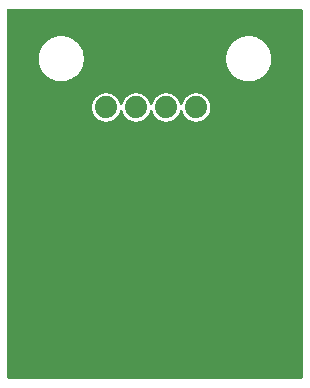
<source format=gbl>
G04 Layer: BottomLayer*
G04 EasyEDA v6.4.7, 2020-11-21T23:36:06--8:00*
G04 5ff2efe16aa84f8f9e73a5c42d6c7546,4c52adb9b7084d04897e24a6e005c639,00*
G04 Gerber Generator version 0.2*
G04 Scale: 100 percent, Rotated: No, Reflected: No *
G04 Dimensions in inches *
G04 leading zeros omitted , absolute positions ,2 integer and 4 decimal *
%FSLAX24Y24*%
%MOIN*%
G90*
D02*

%ADD14C,0.050000*%
%ADD19C,0.074000*%

%LPD*%
G36*
G01X9879Y12419D02*
G01X121Y12419D01*
G01X109Y12417D01*
G01X104Y12415D01*
G01X94Y12409D01*
G01X90Y12405D01*
G01X84Y12395D01*
G01X82Y12390D01*
G01X81Y12384D01*
G01X81Y115D01*
G01X82Y109D01*
G01X84Y104D01*
G01X90Y94D01*
G01X94Y90D01*
G01X104Y84D01*
G01X109Y82D01*
G01X115Y81D01*
G01X9884Y81D01*
G01X9890Y82D01*
G01X9895Y84D01*
G01X9905Y90D01*
G01X9909Y94D01*
G01X9915Y104D01*
G01X9917Y109D01*
G01X9919Y121D01*
G01X9919Y12379D01*
G01X9918Y12384D01*
G01X9917Y12390D01*
G01X9915Y12395D01*
G01X9909Y12405D01*
G01X9905Y12409D01*
G01X9895Y12415D01*
G01X9890Y12417D01*
G01X9884Y12418D01*
G01X9879Y12419D01*
G37*

%LPC*%
G36*
G01X3413Y9594D02*
G01X3375Y9596D01*
G01X3355Y9595D01*
G01X3336Y9594D01*
G01X3316Y9592D01*
G01X3278Y9586D01*
G01X3240Y9576D01*
G01X3222Y9570D01*
G01X3203Y9563D01*
G01X3185Y9556D01*
G01X3168Y9548D01*
G01X3150Y9539D01*
G01X3134Y9529D01*
G01X3117Y9519D01*
G01X3101Y9508D01*
G01X3085Y9496D01*
G01X3070Y9484D01*
G01X3042Y9458D01*
G01X3028Y9444D01*
G01X3015Y9429D01*
G01X3003Y9414D01*
G01X2991Y9398D01*
G01X2980Y9382D01*
G01X2970Y9366D01*
G01X2960Y9349D01*
G01X2951Y9331D01*
G01X2943Y9314D01*
G01X2929Y9278D01*
G01X2923Y9259D01*
G01X2918Y9240D01*
G01X2910Y9202D01*
G01X2907Y9183D01*
G01X2905Y9163D01*
G01X2904Y9144D01*
G01X2904Y9105D01*
G01X2905Y9086D01*
G01X2907Y9066D01*
G01X2910Y9047D01*
G01X2918Y9009D01*
G01X2923Y8990D01*
G01X2929Y8972D01*
G01X2936Y8953D01*
G01X2943Y8935D01*
G01X2951Y8918D01*
G01X2960Y8900D01*
G01X2970Y8884D01*
G01X2980Y8867D01*
G01X2991Y8851D01*
G01X3003Y8835D01*
G01X3015Y8820D01*
G01X3028Y8806D01*
G01X3056Y8778D01*
G01X3070Y8765D01*
G01X3085Y8753D01*
G01X3101Y8741D01*
G01X3117Y8730D01*
G01X3134Y8720D01*
G01X3150Y8710D01*
G01X3168Y8701D01*
G01X3185Y8693D01*
G01X3203Y8686D01*
G01X3222Y8679D01*
G01X3240Y8673D01*
G01X3259Y8668D01*
G01X3297Y8660D01*
G01X3316Y8657D01*
G01X3336Y8655D01*
G01X3355Y8654D01*
G01X3394Y8654D01*
G01X3413Y8655D01*
G01X3433Y8657D01*
G01X3452Y8660D01*
G01X3490Y8668D01*
G01X3509Y8673D01*
G01X3527Y8679D01*
G01X3546Y8686D01*
G01X3564Y8693D01*
G01X3581Y8701D01*
G01X3599Y8710D01*
G01X3615Y8720D01*
G01X3632Y8730D01*
G01X3648Y8741D01*
G01X3664Y8753D01*
G01X3679Y8765D01*
G01X3707Y8791D01*
G01X3721Y8805D01*
G01X3734Y8820D01*
G01X3746Y8835D01*
G01X3758Y8851D01*
G01X3769Y8867D01*
G01X3779Y8883D01*
G01X3789Y8900D01*
G01X3797Y8917D01*
G01X3806Y8935D01*
G01X3820Y8971D01*
G01X3826Y8990D01*
G01X3831Y9008D01*
G01X3835Y9027D01*
G01X3837Y9033D01*
G01X3840Y9039D01*
G01X3843Y9044D01*
G01X3847Y9048D01*
G01X3852Y9052D01*
G01X3857Y9055D01*
G01X3869Y9059D01*
G01X3881Y9059D01*
G01X3886Y9057D01*
G01X3892Y9055D01*
G01X3897Y9052D01*
G01X3902Y9048D01*
G01X3906Y9044D01*
G01X3909Y9039D01*
G01X3912Y9033D01*
G01X3914Y9027D01*
G01X3918Y9008D01*
G01X3923Y8990D01*
G01X3929Y8971D01*
G01X3943Y8935D01*
G01X3952Y8917D01*
G01X3970Y8883D01*
G01X4003Y8835D01*
G01X4015Y8820D01*
G01X4028Y8805D01*
G01X4042Y8791D01*
G01X4070Y8765D01*
G01X4086Y8753D01*
G01X4101Y8741D01*
G01X4117Y8730D01*
G01X4151Y8710D01*
G01X4168Y8701D01*
G01X4186Y8693D01*
G01X4222Y8679D01*
G01X4240Y8673D01*
G01X4259Y8668D01*
G01X4297Y8660D01*
G01X4316Y8657D01*
G01X4336Y8655D01*
G01X4355Y8654D01*
G01X4394Y8654D01*
G01X4413Y8655D01*
G01X4433Y8657D01*
G01X4452Y8660D01*
G01X4490Y8668D01*
G01X4509Y8673D01*
G01X4527Y8679D01*
G01X4546Y8686D01*
G01X4564Y8693D01*
G01X4581Y8701D01*
G01X4599Y8710D01*
G01X4616Y8720D01*
G01X4632Y8730D01*
G01X4648Y8741D01*
G01X4664Y8753D01*
G01X4679Y8765D01*
G01X4707Y8791D01*
G01X4721Y8805D01*
G01X4734Y8820D01*
G01X4746Y8835D01*
G01X4758Y8851D01*
G01X4769Y8867D01*
G01X4779Y8883D01*
G01X4789Y8900D01*
G01X4798Y8917D01*
G01X4806Y8935D01*
G01X4820Y8971D01*
G01X4826Y8990D01*
G01X4831Y9008D01*
G01X4835Y9027D01*
G01X4837Y9033D01*
G01X4840Y9039D01*
G01X4843Y9044D01*
G01X4847Y9048D01*
G01X4852Y9052D01*
G01X4857Y9055D01*
G01X4869Y9059D01*
G01X4881Y9059D01*
G01X4887Y9057D01*
G01X4892Y9055D01*
G01X4897Y9052D01*
G01X4902Y9048D01*
G01X4906Y9044D01*
G01X4909Y9039D01*
G01X4912Y9033D01*
G01X4914Y9027D01*
G01X4918Y9008D01*
G01X4923Y8990D01*
G01X4929Y8971D01*
G01X4943Y8935D01*
G01X4952Y8917D01*
G01X4970Y8883D01*
G01X5003Y8835D01*
G01X5015Y8820D01*
G01X5028Y8805D01*
G01X5042Y8791D01*
G01X5070Y8765D01*
G01X5086Y8753D01*
G01X5101Y8741D01*
G01X5117Y8730D01*
G01X5151Y8710D01*
G01X5168Y8701D01*
G01X5186Y8693D01*
G01X5222Y8679D01*
G01X5240Y8673D01*
G01X5259Y8668D01*
G01X5297Y8660D01*
G01X5316Y8657D01*
G01X5336Y8655D01*
G01X5355Y8654D01*
G01X5394Y8654D01*
G01X5413Y8655D01*
G01X5433Y8657D01*
G01X5452Y8660D01*
G01X5490Y8668D01*
G01X5509Y8673D01*
G01X5527Y8679D01*
G01X5546Y8686D01*
G01X5564Y8693D01*
G01X5581Y8701D01*
G01X5599Y8710D01*
G01X5616Y8720D01*
G01X5632Y8730D01*
G01X5648Y8741D01*
G01X5664Y8753D01*
G01X5679Y8765D01*
G01X5707Y8791D01*
G01X5721Y8805D01*
G01X5734Y8820D01*
G01X5746Y8835D01*
G01X5758Y8851D01*
G01X5769Y8867D01*
G01X5779Y8883D01*
G01X5789Y8900D01*
G01X5798Y8917D01*
G01X5806Y8935D01*
G01X5820Y8971D01*
G01X5826Y8990D01*
G01X5831Y9008D01*
G01X5835Y9027D01*
G01X5837Y9033D01*
G01X5840Y9039D01*
G01X5843Y9044D01*
G01X5847Y9048D01*
G01X5852Y9052D01*
G01X5857Y9055D01*
G01X5869Y9059D01*
G01X5881Y9059D01*
G01X5887Y9057D01*
G01X5892Y9055D01*
G01X5897Y9052D01*
G01X5902Y9048D01*
G01X5906Y9044D01*
G01X5909Y9039D01*
G01X5912Y9033D01*
G01X5914Y9027D01*
G01X5918Y9008D01*
G01X5923Y8990D01*
G01X5929Y8971D01*
G01X5943Y8935D01*
G01X5952Y8917D01*
G01X5970Y8883D01*
G01X6003Y8835D01*
G01X6015Y8820D01*
G01X6028Y8805D01*
G01X6042Y8791D01*
G01X6070Y8765D01*
G01X6086Y8753D01*
G01X6101Y8741D01*
G01X6117Y8730D01*
G01X6151Y8710D01*
G01X6168Y8701D01*
G01X6186Y8693D01*
G01X6222Y8679D01*
G01X6240Y8673D01*
G01X6259Y8668D01*
G01X6297Y8660D01*
G01X6316Y8657D01*
G01X6336Y8655D01*
G01X6355Y8654D01*
G01X6394Y8654D01*
G01X6413Y8655D01*
G01X6433Y8657D01*
G01X6452Y8660D01*
G01X6490Y8668D01*
G01X6509Y8673D01*
G01X6528Y8679D01*
G01X6564Y8693D01*
G01X6581Y8701D01*
G01X6599Y8710D01*
G01X6616Y8720D01*
G01X6632Y8730D01*
G01X6648Y8741D01*
G01X6664Y8753D01*
G01X6679Y8765D01*
G01X6694Y8778D01*
G01X6708Y8792D01*
G01X6734Y8820D01*
G01X6746Y8835D01*
G01X6758Y8851D01*
G01X6769Y8867D01*
G01X6779Y8884D01*
G01X6789Y8900D01*
G01X6798Y8918D01*
G01X6806Y8935D01*
G01X6813Y8953D01*
G01X6820Y8972D01*
G01X6826Y8990D01*
G01X6836Y9028D01*
G01X6842Y9066D01*
G01X6844Y9086D01*
G01X6845Y9105D01*
G01X6845Y9144D01*
G01X6844Y9163D01*
G01X6842Y9183D01*
G01X6836Y9221D01*
G01X6826Y9259D01*
G01X6820Y9278D01*
G01X6806Y9314D01*
G01X6798Y9331D01*
G01X6789Y9349D01*
G01X6779Y9366D01*
G01X6769Y9382D01*
G01X6758Y9398D01*
G01X6746Y9414D01*
G01X6734Y9429D01*
G01X6721Y9444D01*
G01X6708Y9458D01*
G01X6694Y9471D01*
G01X6679Y9484D01*
G01X6664Y9496D01*
G01X6648Y9508D01*
G01X6632Y9519D01*
G01X6616Y9529D01*
G01X6599Y9539D01*
G01X6581Y9548D01*
G01X6564Y9556D01*
G01X6528Y9570D01*
G01X6509Y9576D01*
G01X6471Y9586D01*
G01X6433Y9592D01*
G01X6413Y9594D01*
G01X6375Y9596D01*
G01X6355Y9595D01*
G01X6336Y9594D01*
G01X6316Y9592D01*
G01X6278Y9586D01*
G01X6240Y9576D01*
G01X6222Y9570D01*
G01X6186Y9556D01*
G01X6168Y9548D01*
G01X6151Y9539D01*
G01X6117Y9519D01*
G01X6101Y9508D01*
G01X6086Y9496D01*
G01X6070Y9484D01*
G01X6042Y9458D01*
G01X6028Y9444D01*
G01X6015Y9429D01*
G01X6003Y9414D01*
G01X5992Y9399D01*
G01X5981Y9383D01*
G01X5970Y9366D01*
G01X5952Y9332D01*
G01X5943Y9314D01*
G01X5929Y9278D01*
G01X5923Y9259D01*
G01X5918Y9241D01*
G01X5914Y9222D01*
G01X5912Y9216D01*
G01X5909Y9211D01*
G01X5906Y9205D01*
G01X5902Y9201D01*
G01X5897Y9197D01*
G01X5892Y9194D01*
G01X5887Y9192D01*
G01X5875Y9190D01*
G01X5863Y9192D01*
G01X5857Y9194D01*
G01X5852Y9197D01*
G01X5847Y9201D01*
G01X5843Y9205D01*
G01X5840Y9211D01*
G01X5837Y9216D01*
G01X5835Y9222D01*
G01X5831Y9241D01*
G01X5826Y9259D01*
G01X5820Y9278D01*
G01X5806Y9314D01*
G01X5798Y9332D01*
G01X5789Y9349D01*
G01X5769Y9383D01*
G01X5758Y9399D01*
G01X5734Y9429D01*
G01X5721Y9444D01*
G01X5707Y9458D01*
G01X5679Y9484D01*
G01X5664Y9496D01*
G01X5648Y9508D01*
G01X5632Y9519D01*
G01X5616Y9529D01*
G01X5599Y9539D01*
G01X5581Y9548D01*
G01X5564Y9556D01*
G01X5546Y9563D01*
G01X5527Y9570D01*
G01X5509Y9576D01*
G01X5471Y9586D01*
G01X5433Y9592D01*
G01X5413Y9594D01*
G01X5375Y9596D01*
G01X5355Y9595D01*
G01X5336Y9594D01*
G01X5316Y9592D01*
G01X5278Y9586D01*
G01X5240Y9576D01*
G01X5222Y9570D01*
G01X5186Y9556D01*
G01X5168Y9548D01*
G01X5151Y9539D01*
G01X5117Y9519D01*
G01X5101Y9508D01*
G01X5086Y9496D01*
G01X5070Y9484D01*
G01X5042Y9458D01*
G01X5028Y9444D01*
G01X5015Y9429D01*
G01X5003Y9414D01*
G01X4992Y9399D01*
G01X4981Y9383D01*
G01X4970Y9366D01*
G01X4952Y9332D01*
G01X4943Y9314D01*
G01X4929Y9278D01*
G01X4923Y9259D01*
G01X4918Y9241D01*
G01X4914Y9222D01*
G01X4912Y9216D01*
G01X4909Y9211D01*
G01X4906Y9205D01*
G01X4902Y9201D01*
G01X4897Y9197D01*
G01X4892Y9194D01*
G01X4887Y9192D01*
G01X4875Y9190D01*
G01X4863Y9192D01*
G01X4857Y9194D01*
G01X4852Y9197D01*
G01X4847Y9201D01*
G01X4843Y9205D01*
G01X4840Y9211D01*
G01X4837Y9216D01*
G01X4835Y9222D01*
G01X4831Y9241D01*
G01X4826Y9259D01*
G01X4820Y9278D01*
G01X4806Y9314D01*
G01X4798Y9332D01*
G01X4789Y9349D01*
G01X4769Y9383D01*
G01X4758Y9399D01*
G01X4734Y9429D01*
G01X4721Y9444D01*
G01X4707Y9458D01*
G01X4679Y9484D01*
G01X4664Y9496D01*
G01X4648Y9508D01*
G01X4632Y9519D01*
G01X4616Y9529D01*
G01X4599Y9539D01*
G01X4581Y9548D01*
G01X4564Y9556D01*
G01X4546Y9563D01*
G01X4527Y9570D01*
G01X4509Y9576D01*
G01X4471Y9586D01*
G01X4433Y9592D01*
G01X4413Y9594D01*
G01X4375Y9596D01*
G01X4355Y9595D01*
G01X4336Y9594D01*
G01X4316Y9592D01*
G01X4278Y9586D01*
G01X4240Y9576D01*
G01X4222Y9570D01*
G01X4186Y9556D01*
G01X4168Y9548D01*
G01X4151Y9539D01*
G01X4117Y9519D01*
G01X4101Y9508D01*
G01X4086Y9496D01*
G01X4070Y9484D01*
G01X4042Y9458D01*
G01X4028Y9444D01*
G01X4015Y9429D01*
G01X4003Y9414D01*
G01X3992Y9399D01*
G01X3981Y9383D01*
G01X3970Y9366D01*
G01X3952Y9332D01*
G01X3943Y9314D01*
G01X3929Y9278D01*
G01X3923Y9259D01*
G01X3918Y9241D01*
G01X3914Y9222D01*
G01X3912Y9216D01*
G01X3909Y9211D01*
G01X3906Y9205D01*
G01X3902Y9201D01*
G01X3897Y9197D01*
G01X3892Y9194D01*
G01X3886Y9192D01*
G01X3881Y9191D01*
G01X3875Y9190D01*
G01X3863Y9192D01*
G01X3857Y9194D01*
G01X3852Y9197D01*
G01X3847Y9201D01*
G01X3843Y9205D01*
G01X3840Y9211D01*
G01X3837Y9216D01*
G01X3835Y9222D01*
G01X3831Y9241D01*
G01X3826Y9259D01*
G01X3820Y9278D01*
G01X3806Y9314D01*
G01X3797Y9332D01*
G01X3789Y9349D01*
G01X3769Y9383D01*
G01X3758Y9399D01*
G01X3734Y9429D01*
G01X3721Y9444D01*
G01X3707Y9458D01*
G01X3679Y9484D01*
G01X3664Y9496D01*
G01X3648Y9508D01*
G01X3632Y9519D01*
G01X3615Y9529D01*
G01X3599Y9539D01*
G01X3581Y9548D01*
G01X3564Y9556D01*
G01X3546Y9563D01*
G01X3527Y9570D01*
G01X3509Y9576D01*
G01X3471Y9586D01*
G01X3433Y9592D01*
G01X3413Y9594D01*
G37*
G36*
G01X1899Y11500D02*
G01X1875Y11501D01*
G01X1825Y11499D01*
G01X1801Y11497D01*
G01X1777Y11494D01*
G01X1752Y11491D01*
G01X1704Y11481D01*
G01X1680Y11475D01*
G01X1657Y11468D01*
G01X1633Y11461D01*
G01X1587Y11443D01*
G01X1565Y11434D01*
G01X1542Y11423D01*
G01X1521Y11412D01*
G01X1499Y11400D01*
G01X1457Y11374D01*
G01X1437Y11360D01*
G01X1417Y11345D01*
G01X1398Y11330D01*
G01X1379Y11314D01*
G01X1361Y11298D01*
G01X1326Y11263D01*
G01X1310Y11245D01*
G01X1294Y11226D01*
G01X1279Y11207D01*
G01X1264Y11187D01*
G01X1250Y11167D01*
G01X1224Y11125D01*
G01X1212Y11104D01*
G01X1201Y11082D01*
G01X1191Y11060D01*
G01X1181Y11037D01*
G01X1163Y10991D01*
G01X1156Y10968D01*
G01X1149Y10944D01*
G01X1143Y10920D01*
G01X1138Y10896D01*
G01X1130Y10848D01*
G01X1127Y10823D01*
G01X1125Y10799D01*
G01X1124Y10774D01*
G01X1124Y10725D01*
G01X1125Y10700D01*
G01X1127Y10676D01*
G01X1130Y10652D01*
G01X1134Y10627D01*
G01X1138Y10603D01*
G01X1143Y10579D01*
G01X1149Y10555D01*
G01X1156Y10532D01*
G01X1163Y10508D01*
G01X1181Y10462D01*
G01X1191Y10440D01*
G01X1201Y10417D01*
G01X1212Y10396D01*
G01X1224Y10374D01*
G01X1250Y10332D01*
G01X1264Y10312D01*
G01X1279Y10292D01*
G01X1294Y10273D01*
G01X1310Y10254D01*
G01X1326Y10236D01*
G01X1344Y10219D01*
G01X1361Y10201D01*
G01X1379Y10185D01*
G01X1398Y10169D01*
G01X1417Y10154D01*
G01X1437Y10139D01*
G01X1457Y10125D01*
G01X1499Y10099D01*
G01X1521Y10087D01*
G01X1542Y10076D01*
G01X1565Y10066D01*
G01X1587Y10056D01*
G01X1633Y10038D01*
G01X1657Y10031D01*
G01X1680Y10024D01*
G01X1704Y10018D01*
G01X1728Y10013D01*
G01X1752Y10009D01*
G01X1777Y10005D01*
G01X1801Y10002D01*
G01X1825Y10000D01*
G01X1850Y9999D01*
G01X1899Y9999D01*
G01X1924Y10000D01*
G01X1948Y10002D01*
G01X1973Y10005D01*
G01X2021Y10013D01*
G01X2045Y10018D01*
G01X2069Y10024D01*
G01X2093Y10031D01*
G01X2116Y10038D01*
G01X2162Y10056D01*
G01X2185Y10066D01*
G01X2207Y10076D01*
G01X2229Y10087D01*
G01X2250Y10099D01*
G01X2292Y10125D01*
G01X2312Y10139D01*
G01X2332Y10154D01*
G01X2351Y10169D01*
G01X2370Y10185D01*
G01X2388Y10201D01*
G01X2423Y10236D01*
G01X2439Y10254D01*
G01X2455Y10273D01*
G01X2470Y10292D01*
G01X2485Y10312D01*
G01X2499Y10332D01*
G01X2525Y10374D01*
G01X2537Y10396D01*
G01X2548Y10417D01*
G01X2559Y10440D01*
G01X2568Y10462D01*
G01X2586Y10508D01*
G01X2593Y10532D01*
G01X2600Y10555D01*
G01X2606Y10579D01*
G01X2616Y10627D01*
G01X2619Y10652D01*
G01X2622Y10676D01*
G01X2624Y10700D01*
G01X2626Y10750D01*
G01X2625Y10774D01*
G01X2624Y10799D01*
G01X2622Y10823D01*
G01X2619Y10848D01*
G01X2616Y10872D01*
G01X2606Y10920D01*
G01X2600Y10944D01*
G01X2593Y10968D01*
G01X2586Y10991D01*
G01X2559Y11060D01*
G01X2537Y11104D01*
G01X2525Y11125D01*
G01X2499Y11167D01*
G01X2485Y11187D01*
G01X2470Y11207D01*
G01X2455Y11226D01*
G01X2439Y11245D01*
G01X2423Y11263D01*
G01X2406Y11281D01*
G01X2388Y11298D01*
G01X2370Y11314D01*
G01X2351Y11330D01*
G01X2332Y11345D01*
G01X2312Y11360D01*
G01X2292Y11374D01*
G01X2250Y11400D01*
G01X2229Y11412D01*
G01X2185Y11434D01*
G01X2116Y11461D01*
G01X2093Y11468D01*
G01X2069Y11475D01*
G01X2045Y11481D01*
G01X1997Y11491D01*
G01X1973Y11494D01*
G01X1948Y11497D01*
G01X1924Y11499D01*
G01X1899Y11500D01*
G37*
G36*
G01X8149Y11500D02*
G01X8125Y11501D01*
G01X8075Y11499D01*
G01X8051Y11497D01*
G01X8027Y11494D01*
G01X8002Y11491D01*
G01X7954Y11481D01*
G01X7930Y11475D01*
G01X7906Y11468D01*
G01X7883Y11461D01*
G01X7837Y11443D01*
G01X7815Y11434D01*
G01X7792Y11423D01*
G01X7770Y11412D01*
G01X7749Y11400D01*
G01X7707Y11374D01*
G01X7687Y11360D01*
G01X7667Y11345D01*
G01X7648Y11330D01*
G01X7629Y11314D01*
G01X7611Y11298D01*
G01X7576Y11263D01*
G01X7560Y11245D01*
G01X7544Y11226D01*
G01X7529Y11207D01*
G01X7514Y11187D01*
G01X7500Y11167D01*
G01X7474Y11125D01*
G01X7462Y11104D01*
G01X7451Y11082D01*
G01X7441Y11060D01*
G01X7431Y11037D01*
G01X7413Y10991D01*
G01X7406Y10968D01*
G01X7399Y10944D01*
G01X7393Y10920D01*
G01X7388Y10896D01*
G01X7380Y10848D01*
G01X7377Y10823D01*
G01X7375Y10799D01*
G01X7374Y10774D01*
G01X7373Y10750D01*
G01X7375Y10700D01*
G01X7377Y10676D01*
G01X7380Y10652D01*
G01X7384Y10627D01*
G01X7388Y10603D01*
G01X7393Y10579D01*
G01X7399Y10555D01*
G01X7406Y10532D01*
G01X7413Y10508D01*
G01X7431Y10462D01*
G01X7441Y10440D01*
G01X7451Y10417D01*
G01X7462Y10396D01*
G01X7474Y10374D01*
G01X7500Y10332D01*
G01X7514Y10312D01*
G01X7529Y10292D01*
G01X7544Y10273D01*
G01X7560Y10254D01*
G01X7576Y10236D01*
G01X7594Y10219D01*
G01X7611Y10201D01*
G01X7629Y10185D01*
G01X7648Y10169D01*
G01X7667Y10154D01*
G01X7687Y10139D01*
G01X7707Y10125D01*
G01X7749Y10099D01*
G01X7770Y10087D01*
G01X7792Y10076D01*
G01X7815Y10066D01*
G01X7837Y10056D01*
G01X7883Y10038D01*
G01X7906Y10031D01*
G01X7930Y10024D01*
G01X7954Y10018D01*
G01X7978Y10013D01*
G01X8002Y10009D01*
G01X8027Y10005D01*
G01X8051Y10002D01*
G01X8075Y10000D01*
G01X8100Y9999D01*
G01X8149Y9999D01*
G01X8174Y10000D01*
G01X8198Y10002D01*
G01X8223Y10005D01*
G01X8271Y10013D01*
G01X8295Y10018D01*
G01X8319Y10024D01*
G01X8343Y10031D01*
G01X8366Y10038D01*
G01X8412Y10056D01*
G01X8435Y10066D01*
G01X8457Y10076D01*
G01X8479Y10087D01*
G01X8500Y10099D01*
G01X8542Y10125D01*
G01X8562Y10139D01*
G01X8582Y10154D01*
G01X8601Y10169D01*
G01X8620Y10185D01*
G01X8638Y10201D01*
G01X8673Y10236D01*
G01X8689Y10254D01*
G01X8705Y10273D01*
G01X8720Y10292D01*
G01X8735Y10312D01*
G01X8749Y10332D01*
G01X8775Y10374D01*
G01X8787Y10396D01*
G01X8798Y10417D01*
G01X8809Y10440D01*
G01X8818Y10462D01*
G01X8836Y10508D01*
G01X8843Y10532D01*
G01X8850Y10555D01*
G01X8856Y10579D01*
G01X8866Y10627D01*
G01X8869Y10652D01*
G01X8872Y10676D01*
G01X8874Y10700D01*
G01X8876Y10750D01*
G01X8875Y10774D01*
G01X8874Y10799D01*
G01X8872Y10823D01*
G01X8869Y10848D01*
G01X8866Y10872D01*
G01X8856Y10920D01*
G01X8850Y10944D01*
G01X8843Y10968D01*
G01X8836Y10991D01*
G01X8809Y11060D01*
G01X8787Y11104D01*
G01X8775Y11125D01*
G01X8749Y11167D01*
G01X8735Y11187D01*
G01X8720Y11207D01*
G01X8705Y11226D01*
G01X8689Y11245D01*
G01X8673Y11263D01*
G01X8656Y11281D01*
G01X8638Y11298D01*
G01X8620Y11314D01*
G01X8601Y11330D01*
G01X8582Y11345D01*
G01X8562Y11360D01*
G01X8542Y11374D01*
G01X8500Y11400D01*
G01X8479Y11412D01*
G01X8435Y11434D01*
G01X8366Y11461D01*
G01X8343Y11468D01*
G01X8319Y11475D01*
G01X8295Y11481D01*
G01X8247Y11491D01*
G01X8223Y11494D01*
G01X8198Y11497D01*
G01X8174Y11499D01*
G01X8149Y11500D01*
G37*

%LPD*%
G54D19*
G01X3375Y9125D03*
G01X4375Y9125D03*
G01X5375Y9125D03*
G01X6375Y9125D03*
G01X7375Y9125D03*
G54D14*
G01X2000Y5625D03*
G01X2000Y4125D03*
G01X1750Y7750D03*
G01X2000Y6625D03*
M00*
M02*

</source>
